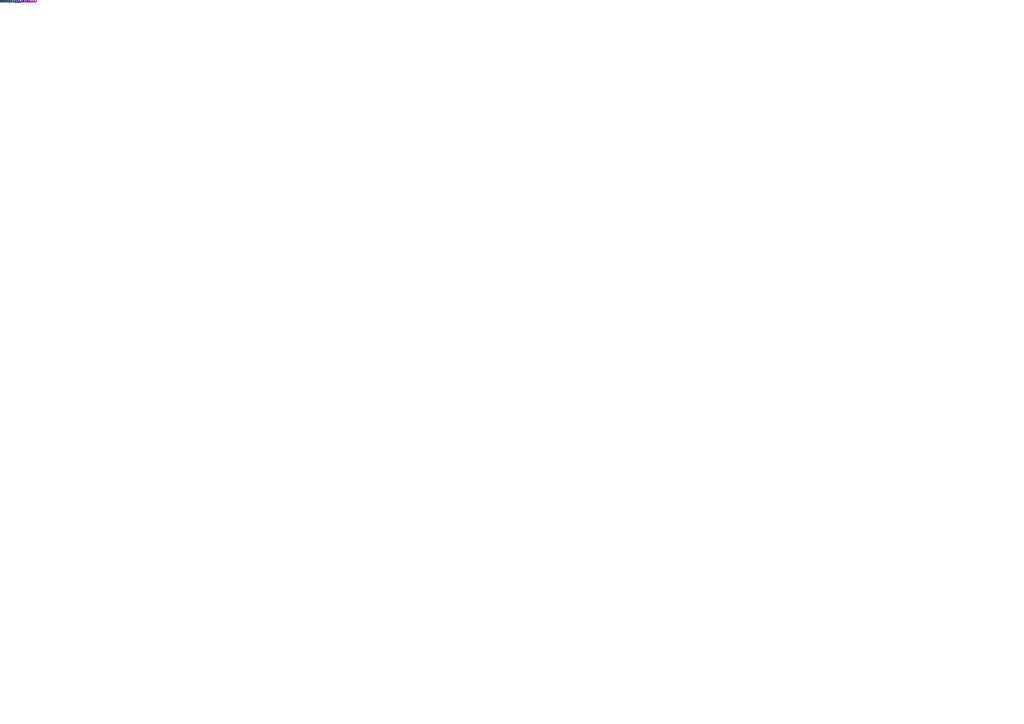
<source format=kicad_sch>
(kicad_sch (version 20211014)
  (paper "A4")
  (title_block)
  (symbol (lib_id "Power:VCC") (at 10 50 0)
    (unit 1) (in_bom yes) (on_board yes)
    (property "Reference" "VCC" (id 0))
    (property "Value" "12-24V" (id 1))
  )
  (symbol (lib_id "Power:GND") (at 10 20 0)
    (unit 1) (in_bom yes) (on_board yes)
    (property "Reference" "GND" (id 0))
    (property "Value" "GND" (id 1))
  )
  (symbol (lib_id "Device:C") (at 30 40 0)
    (unit 1) (in_bom yes) (on_board yes)
    (property "Reference" "C1" (id 0))
    (property "Value" "100nF" (id 1))
    (property "Footprint" "Capacitor_SMD:C_0805" (id 2))
  )
  (symbol (lib_id "Device:C") (at 50 40 0)
    (unit 1) (in_bom yes) (on_board yes)
    (property "Reference" "C2" (id 0))
    (property "Value" "470uF" (id 1))
    (property "Footprint" "Capacitor_SMD:C_1206" (id 2))
  )
  (symbol (lib_id "Device:R") (at 70 40 0)
    (unit 1) (in_bom yes) (on_board yes)
    (property "Reference" "R1" (id 0))
    (property "Value" "10k" (id 1))
    (property "Footprint" "Resistor_SMD:R_0805" (id 2))
  )
  (symbol (lib_id "Device:TPA3116D2") (at 100 30 0)
    (unit 1) (in_bom yes) (on_board yes)
    (property "Reference" "U1" (id 0))
    (property "Value" "TPA3116D2" (id 1))
    (property "Footprint" "Package_SO:SOIC-28" (id 2))
  )
  (symbol (lib_id "Connector:TerminalBlock_2") (at 120 50 0)
    (unit 1) (in_bom yes) (on_board yes)
    (property "Reference" "J1" (id 0))
    (property "Value" "Audio Input" (id 1))
  )
  (symbol (lib_id "Connector:TerminalBlock_2") (at 140 50 0)
    (unit 1) (in_bom yes) (on_board yes)
    (property "Reference" "J2" (id 0))
    (property "Value" "Speaker Output" (id 1))
  )
)


</source>
